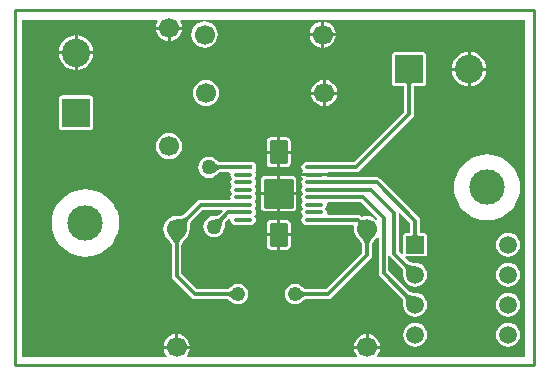
<source format=gtl>
G04 Layer_Physical_Order=1*
G04 Layer_Color=6759642*
%FSLAX44Y44*%
%MOMM*%
G71*
G01*
G75*
G04:AMPARAMS|DCode=10|XSize=1.5mm|YSize=2mm|CornerRadius=0.075mm|HoleSize=0mm|Usage=FLASHONLY|Rotation=0.000|XOffset=0mm|YOffset=0mm|HoleType=Round|Shape=RoundedRectangle|*
%AMROUNDEDRECTD10*
21,1,1.5000,1.8500,0,0,0.0*
21,1,1.3500,2.0000,0,0,0.0*
1,1,0.1500,0.6750,-0.9250*
1,1,0.1500,-0.6750,-0.9250*
1,1,0.1500,-0.6750,0.9250*
1,1,0.1500,0.6750,0.9250*
%
%ADD10ROUNDEDRECTD10*%
G04:AMPARAMS|DCode=11|XSize=2.5mm|YSize=2.5mm|CornerRadius=0.125mm|HoleSize=0mm|Usage=FLASHONLY|Rotation=90.000|XOffset=0mm|YOffset=0mm|HoleType=Round|Shape=RoundedRectangle|*
%AMROUNDEDRECTD11*
21,1,2.5000,2.2500,0,0,90.0*
21,1,2.2500,2.5000,0,0,90.0*
1,1,0.2500,1.1250,1.1250*
1,1,0.2500,1.1250,-1.1250*
1,1,0.2500,-1.1250,-1.1250*
1,1,0.2500,-1.1250,1.1250*
%
%ADD11ROUNDEDRECTD11*%
%ADD12O,1.6500X0.3500*%
%ADD13R,1.6500X0.3500*%
%ADD14C,0.3000*%
%ADD15C,0.2540*%
%ADD16C,1.7000*%
%ADD17C,3.0000*%
%ADD18R,2.4000X2.4000*%
%ADD19C,2.4000*%
%ADD20C,1.2192*%
%ADD21R,1.5000X1.5000*%
%ADD22C,1.5000*%
%ADD23R,2.4000X2.4000*%
%ADD24C,1.2700*%
G36*
X431800Y6350D02*
X307505D01*
X306879Y7620D01*
X308093Y9202D01*
X309206Y11888D01*
X309418Y13500D01*
X298450D01*
X287482D01*
X287694Y11888D01*
X288807Y9202D01*
X290021Y7620D01*
X289394Y6350D01*
X146215D01*
X145589Y7620D01*
X146803Y9202D01*
X147916Y11888D01*
X148128Y13500D01*
X137160D01*
X126192D01*
X126404Y11888D01*
X127517Y9202D01*
X128731Y7620D01*
X128104Y6350D01*
X6350D01*
Y292100D01*
X120945D01*
X121507Y290961D01*
X121167Y290518D01*
X120054Y287832D01*
X119842Y286220D01*
X130810D01*
X141778D01*
X141566Y287832D01*
X140453Y290518D01*
X140113Y290961D01*
X140675Y292100D01*
X431800D01*
Y6350D01*
D02*
G37*
%LPC*%
G36*
X400000Y177947D02*
X395628Y177603D01*
X391364Y176579D01*
X387313Y174901D01*
X383573Y172609D01*
X380239Y169761D01*
X377391Y166427D01*
X375099Y162687D01*
X373421Y158636D01*
X372397Y154372D01*
X372053Y150000D01*
X372397Y145628D01*
X373421Y141364D01*
X375099Y137312D01*
X377391Y133573D01*
X380239Y130239D01*
X383573Y127391D01*
X387313Y125099D01*
X391364Y123421D01*
X395628Y122397D01*
X400000Y122053D01*
X404372Y122397D01*
X408636Y123421D01*
X412687Y125099D01*
X416427Y127391D01*
X419761Y130239D01*
X422609Y133573D01*
X424901Y137312D01*
X426579Y141364D01*
X427603Y145628D01*
X427947Y150000D01*
X427603Y154372D01*
X426579Y158636D01*
X424901Y162687D01*
X422609Y166427D01*
X419761Y169761D01*
X416427Y172609D01*
X412687Y174901D01*
X408636Y176579D01*
X404372Y177603D01*
X400000Y177947D01*
D02*
G37*
G36*
X164490Y175997D02*
X162169Y175691D01*
X160007Y174795D01*
X158150Y173370D01*
X156725Y171513D01*
X155829Y169351D01*
X155523Y167030D01*
X155829Y164709D01*
X156725Y162547D01*
X158150Y160690D01*
X160007Y159265D01*
X162169Y158369D01*
X164490Y158063D01*
X166811Y158369D01*
X168973Y159265D01*
X170830Y160690D01*
X170949Y160844D01*
X171360Y161245D01*
X171825Y161655D01*
X172266Y162002D01*
X172678Y162287D01*
X173060Y162513D01*
X173408Y162683D01*
X173721Y162804D01*
X173999Y162881D01*
X174173Y162911D01*
X181957D01*
X182842Y161641D01*
X182646Y160655D01*
X182979Y158981D01*
X183297Y158505D01*
X183880Y157480D01*
X183297Y156455D01*
X182979Y155979D01*
X182646Y154305D01*
X182979Y152631D01*
X183297Y152155D01*
X183880Y151130D01*
X183297Y150105D01*
X182979Y149629D01*
X182646Y147955D01*
X182979Y146281D01*
X183297Y145805D01*
X183880Y144780D01*
X183297Y143755D01*
X182979Y143279D01*
X182646Y141605D01*
X182837Y140644D01*
X181940Y139374D01*
X157645D01*
X156069Y139061D01*
X154732Y138168D01*
X143570Y127005D01*
X143302Y126829D01*
X142918Y126636D01*
X142426Y126447D01*
X141826Y126273D01*
X141118Y126123D01*
X140336Y126007D01*
X138349Y125868D01*
X137493Y125861D01*
X137160Y125905D01*
X134278Y125526D01*
X131592Y124413D01*
X129286Y122644D01*
X127517Y120338D01*
X126404Y117652D01*
X126025Y114770D01*
X126404Y111888D01*
X127517Y109202D01*
X129286Y106896D01*
X129524Y106713D01*
X130872Y105290D01*
X131441Y104603D01*
X131931Y103944D01*
X132325Y103337D01*
X132627Y102789D01*
X132841Y102308D01*
X132976Y101900D01*
X133041Y101586D01*
Y74930D01*
X133354Y73354D01*
X134247Y72017D01*
X149487Y56777D01*
X150824Y55884D01*
X152400Y55571D01*
X179966D01*
X180123Y55545D01*
X180387Y55474D01*
X180680Y55363D01*
X181004Y55208D01*
X181358Y55002D01*
X181709Y54763D01*
X182604Y54021D01*
X182962Y53672D01*
X183071Y53531D01*
X184875Y52147D01*
X186975Y51276D01*
X189230Y50979D01*
X191485Y51276D01*
X193585Y52147D01*
X195389Y53531D01*
X196773Y55335D01*
X197644Y57435D01*
X197941Y59690D01*
X197644Y61944D01*
X196773Y64045D01*
X195389Y65849D01*
X193585Y67234D01*
X191485Y68104D01*
X189230Y68401D01*
X186975Y68104D01*
X184875Y67234D01*
X183071Y65849D01*
X182962Y65708D01*
X182578Y65334D01*
X182148Y64957D01*
X181741Y64639D01*
X181359Y64378D01*
X181004Y64172D01*
X180680Y64017D01*
X180387Y63906D01*
X180123Y63835D01*
X179966Y63809D01*
X154106D01*
X141279Y76636D01*
Y101586D01*
X141344Y101900D01*
X141479Y102308D01*
X141693Y102789D01*
X141995Y103337D01*
X142389Y103944D01*
X142861Y104579D01*
X144167Y106081D01*
X144767Y106692D01*
X145034Y106896D01*
X146803Y109202D01*
X147916Y111888D01*
X148295Y114770D01*
X148256Y115068D01*
X148309Y117028D01*
X148393Y117915D01*
X148513Y118728D01*
X148663Y119436D01*
X148837Y120036D01*
X149026Y120528D01*
X149219Y120912D01*
X149395Y121180D01*
X159351Y131136D01*
X175721D01*
X176207Y129963D01*
X172845Y126600D01*
X172701Y126498D01*
X172449Y126356D01*
X172142Y126220D01*
X171776Y126094D01*
X171346Y125984D01*
X170890Y125900D01*
X169643Y125788D01*
X169103Y125781D01*
X168910Y125807D01*
X166589Y125501D01*
X164427Y124605D01*
X162570Y123180D01*
X161145Y121323D01*
X160249Y119161D01*
X159943Y116840D01*
X160249Y114519D01*
X161145Y112357D01*
X162570Y110500D01*
X164427Y109075D01*
X166589Y108179D01*
X168910Y107873D01*
X171231Y108179D01*
X173393Y109075D01*
X175250Y110500D01*
X176675Y112357D01*
X177571Y114519D01*
X177877Y116840D01*
X177851Y117033D01*
X177859Y117608D01*
X177897Y118226D01*
X177964Y118783D01*
X178054Y119276D01*
X178164Y119705D01*
X178290Y120072D01*
X178426Y120379D01*
X178568Y120631D01*
X178670Y120774D01*
X181581Y123686D01*
X182751Y123060D01*
X182646Y122530D01*
X182979Y120856D01*
X183927Y119437D01*
X185346Y118489D01*
X187020Y118156D01*
X200020D01*
X201694Y118489D01*
X203113Y119437D01*
X204061Y120856D01*
X204394Y122530D01*
X204061Y124204D01*
X203113Y125623D01*
Y125812D01*
X204061Y127231D01*
X204394Y128905D01*
X204061Y130579D01*
X203743Y131055D01*
X203160Y132080D01*
X203743Y133105D01*
X204061Y133581D01*
X204394Y135255D01*
X204061Y136929D01*
X203743Y137405D01*
X203160Y138430D01*
X203743Y139455D01*
X204061Y139931D01*
X204394Y141605D01*
X204061Y143279D01*
X203743Y143755D01*
X203160Y144780D01*
X203743Y145805D01*
X204061Y146281D01*
X204394Y147955D01*
X204061Y149629D01*
X203743Y150105D01*
X203160Y151130D01*
X203743Y152155D01*
X204061Y152631D01*
X204394Y154305D01*
X204061Y155979D01*
X203743Y156455D01*
X203160Y157480D01*
X203743Y158505D01*
X204061Y158981D01*
X204394Y160655D01*
X204061Y162329D01*
X203402Y163316D01*
X203601Y163449D01*
X204163Y164289D01*
X204360Y165280D01*
Y168780D01*
X204163Y169771D01*
X203601Y170611D01*
X202761Y171173D01*
X201770Y171370D01*
X185270D01*
X184938Y171304D01*
X184900Y171305D01*
X184846Y171285D01*
X184544Y171225D01*
X183256Y171149D01*
X174173D01*
X173999Y171179D01*
X173721Y171256D01*
X173408Y171377D01*
X173060Y171547D01*
X172678Y171773D01*
X172296Y172037D01*
X171335Y172839D01*
X170949Y173216D01*
X170830Y173370D01*
X168973Y174795D01*
X166811Y175691D01*
X164490Y175997D01*
D02*
G37*
G36*
X222250Y143510D02*
X208406D01*
Y133530D01*
X208700Y132051D01*
X209538Y130798D01*
X210791Y129960D01*
X212270Y129666D01*
X222250D01*
Y143510D01*
D02*
G37*
G36*
X233624Y108510D02*
X224790D01*
Y97176D01*
X230270D01*
X231554Y97431D01*
X232642Y98158D01*
X233369Y99246D01*
X233624Y100530D01*
Y108510D01*
D02*
G37*
G36*
X222250Y122385D02*
X216770D01*
X215486Y122129D01*
X214398Y121402D01*
X213671Y120314D01*
X213416Y119030D01*
Y111050D01*
X222250D01*
Y122385D01*
D02*
G37*
G36*
X230270D02*
X224790D01*
Y111050D01*
X233624D01*
Y119030D01*
X233369Y120314D01*
X232642Y121402D01*
X231554Y122129D01*
X230270Y122385D01*
D02*
G37*
G36*
X222250Y178510D02*
X213416D01*
Y170530D01*
X213671Y169246D01*
X214398Y168158D01*
X215486Y167431D01*
X216770Y167176D01*
X222250D01*
Y178510D01*
D02*
G37*
G36*
X233624D02*
X224790D01*
Y167176D01*
X230270D01*
X231554Y167431D01*
X232642Y168158D01*
X233369Y169246D01*
X233624Y170530D01*
Y178510D01*
D02*
G37*
G36*
X346010Y264780D02*
X322010D01*
X321019Y264583D01*
X320179Y264021D01*
X319617Y263181D01*
X319420Y262190D01*
Y238190D01*
X319617Y237199D01*
X320179Y236359D01*
X321019Y235797D01*
X322010Y235600D01*
X329891D01*
Y213796D01*
X287244Y171149D01*
X261755D01*
X261242Y171173D01*
X261222Y171175D01*
X261186Y171181D01*
X261168Y171180D01*
X261137Y171183D01*
X261133Y171183D01*
X260020Y171404D01*
X247020D01*
X245346Y171071D01*
X243927Y170123D01*
X242979Y168704D01*
X242646Y167030D01*
X242979Y165356D01*
X243927Y163937D01*
Y163748D01*
X242979Y162329D01*
X242899Y161925D01*
X253520D01*
X264396D01*
X265083Y162911D01*
X288950D01*
X290526Y163224D01*
X291863Y164117D01*
X336923Y209177D01*
X337816Y210514D01*
X338129Y212090D01*
Y235600D01*
X346010D01*
X347001Y235797D01*
X347841Y236359D01*
X348403Y237199D01*
X348600Y238190D01*
Y262190D01*
X348403Y263181D01*
X347841Y264021D01*
X347001Y264583D01*
X346010Y264780D01*
D02*
G37*
G36*
X238634Y143510D02*
X224790D01*
Y129666D01*
X234770D01*
X236249Y129960D01*
X237502Y130798D01*
X238340Y132051D01*
X238634Y133530D01*
Y143510D01*
D02*
G37*
G36*
X222250Y159894D02*
X212270D01*
X210791Y159600D01*
X209538Y158762D01*
X208700Y157509D01*
X208406Y156030D01*
Y146050D01*
X222250D01*
Y159894D01*
D02*
G37*
G36*
X234770D02*
X224790D01*
Y146050D01*
X238634D01*
Y156030D01*
X238340Y157509D01*
X237502Y158762D01*
X236249Y159600D01*
X234770Y159894D01*
D02*
G37*
G36*
X297180Y25738D02*
X295568Y25526D01*
X292882Y24413D01*
X290576Y22644D01*
X288807Y20338D01*
X287694Y17652D01*
X287482Y16040D01*
X297180D01*
Y25738D01*
D02*
G37*
G36*
X138430D02*
Y16040D01*
X148128D01*
X147916Y17652D01*
X146803Y20338D01*
X145034Y22644D01*
X142728Y24413D01*
X140042Y25526D01*
X138430Y25738D01*
D02*
G37*
G36*
X299720D02*
Y16040D01*
X309418D01*
X309206Y17652D01*
X308093Y20338D01*
X306324Y22644D01*
X304018Y24413D01*
X301332Y25526D01*
X299720Y25738D01*
D02*
G37*
G36*
X339110Y35527D02*
X336489Y35182D01*
X334047Y34170D01*
X331949Y32561D01*
X330340Y30463D01*
X329328Y28021D01*
X328983Y25400D01*
X329328Y22779D01*
X330340Y20337D01*
X331949Y18239D01*
X334047Y16630D01*
X336489Y15618D01*
X339110Y15273D01*
X341731Y15618D01*
X344173Y16630D01*
X346271Y18239D01*
X347880Y20337D01*
X348892Y22779D01*
X349237Y25400D01*
X348892Y28021D01*
X347880Y30463D01*
X346271Y32561D01*
X344173Y34170D01*
X341731Y35182D01*
X339110Y35527D01*
D02*
G37*
G36*
X417810D02*
X415189Y35182D01*
X412747Y34170D01*
X410649Y32561D01*
X409040Y30463D01*
X408028Y28021D01*
X407683Y25400D01*
X408028Y22779D01*
X409040Y20337D01*
X410649Y18239D01*
X412747Y16630D01*
X415189Y15618D01*
X417810Y15273D01*
X420431Y15618D01*
X422873Y16630D01*
X424971Y18239D01*
X426580Y20337D01*
X427592Y22779D01*
X427937Y25400D01*
X427592Y28021D01*
X426580Y30463D01*
X424971Y32561D01*
X422873Y34170D01*
X420431Y35182D01*
X417810Y35527D01*
D02*
G37*
G36*
X135890Y25738D02*
X134278Y25526D01*
X131592Y24413D01*
X129286Y22644D01*
X127517Y20338D01*
X126404Y17652D01*
X126192Y16040D01*
X135890D01*
Y25738D01*
D02*
G37*
G36*
X417810Y111727D02*
X415189Y111382D01*
X412747Y110370D01*
X410649Y108761D01*
X409040Y106663D01*
X408028Y104221D01*
X407683Y101600D01*
X408028Y98979D01*
X409040Y96537D01*
X410649Y94439D01*
X412747Y92830D01*
X415189Y91818D01*
X417810Y91473D01*
X420431Y91818D01*
X422873Y92830D01*
X424971Y94439D01*
X426580Y96537D01*
X427592Y98979D01*
X427937Y101600D01*
X427592Y104221D01*
X426580Y106663D01*
X424971Y108761D01*
X422873Y110370D01*
X420431Y111382D01*
X417810Y111727D01*
D02*
G37*
G36*
X264421Y159385D02*
X253520D01*
X242899D01*
X242979Y158981D01*
X243927Y157562D01*
Y157398D01*
X242979Y155979D01*
X242646Y154305D01*
X242979Y152631D01*
X243297Y152155D01*
X243880Y151130D01*
X243297Y150105D01*
X242979Y149629D01*
X242646Y147955D01*
X242979Y146281D01*
X243927Y144862D01*
Y144698D01*
X242979Y143279D01*
X242646Y141605D01*
X242979Y139931D01*
X243297Y139455D01*
X243880Y138430D01*
X243297Y137405D01*
X242979Y136929D01*
X242646Y135255D01*
X242979Y133581D01*
X243297Y133105D01*
X243880Y132080D01*
X243297Y131055D01*
X242979Y130579D01*
X242646Y128905D01*
X242979Y127231D01*
X243927Y125812D01*
Y125623D01*
X242979Y124204D01*
X242646Y122530D01*
X242979Y120856D01*
X243927Y119437D01*
X245346Y118489D01*
X247020Y118156D01*
X260020D01*
X260872Y118326D01*
X263139Y118411D01*
X286777D01*
X287627Y117141D01*
X287315Y114770D01*
X287694Y111888D01*
X288807Y109202D01*
X290576Y106896D01*
X290814Y106713D01*
X292162Y105290D01*
X292731Y104603D01*
X293221Y103944D01*
X293615Y103337D01*
X293917Y102789D01*
X294131Y102308D01*
X294266Y101900D01*
X294331Y101586D01*
Y94416D01*
X263724Y63809D01*
X246754D01*
X246597Y63835D01*
X246333Y63906D01*
X246040Y64017D01*
X245716Y64172D01*
X245362Y64378D01*
X245011Y64617D01*
X244116Y65359D01*
X243758Y65708D01*
X243649Y65849D01*
X241845Y67234D01*
X239744Y68104D01*
X237490Y68401D01*
X235236Y68104D01*
X233135Y67234D01*
X231331Y65849D01*
X229946Y64045D01*
X229076Y61944D01*
X228780Y59690D01*
X229076Y57435D01*
X229946Y55335D01*
X231331Y53531D01*
X233135Y52147D01*
X235236Y51276D01*
X237490Y50979D01*
X239744Y51276D01*
X241845Y52147D01*
X243649Y53531D01*
X243758Y53672D01*
X244142Y54046D01*
X244572Y54423D01*
X244979Y54741D01*
X245361Y55002D01*
X245716Y55208D01*
X246040Y55363D01*
X246333Y55474D01*
X246597Y55545D01*
X246754Y55571D01*
X265430D01*
X267006Y55884D01*
X268343Y56777D01*
X301363Y89797D01*
X302256Y91134D01*
X302569Y92710D01*
Y101586D01*
X302634Y101900D01*
X302769Y102308D01*
X302983Y102789D01*
X303285Y103337D01*
X303680Y103944D01*
X304151Y104579D01*
X305457Y106081D01*
X306057Y106692D01*
X306324Y106896D01*
X307031Y107818D01*
X308301Y107387D01*
Y77490D01*
X308614Y75914D01*
X309507Y74577D01*
X328020Y56064D01*
X328163Y55854D01*
X328332Y55534D01*
X328497Y55129D01*
X328649Y54638D01*
X328782Y54058D01*
X328884Y53425D01*
X329012Y51780D01*
X329019Y51068D01*
X328983Y50800D01*
X329328Y48179D01*
X330340Y45737D01*
X331949Y43639D01*
X334047Y42030D01*
X336489Y41018D01*
X339110Y40673D01*
X341731Y41018D01*
X344173Y42030D01*
X346271Y43639D01*
X347880Y45737D01*
X348892Y48179D01*
X349237Y50800D01*
X348892Y53421D01*
X347880Y55863D01*
X346271Y57961D01*
X344173Y59570D01*
X341731Y60582D01*
X339110Y60927D01*
X338874Y60896D01*
X337238Y60946D01*
X336518Y61020D01*
X335852Y61128D01*
X335272Y61261D01*
X334781Y61413D01*
X334376Y61578D01*
X334055Y61747D01*
X333846Y61890D01*
X316539Y79196D01*
Y91582D01*
X317809Y91968D01*
X318397Y91087D01*
X328020Y81464D01*
X328163Y81254D01*
X328332Y80934D01*
X328497Y80529D01*
X328649Y80038D01*
X328782Y79458D01*
X328884Y78825D01*
X329012Y77180D01*
X329019Y76468D01*
X328983Y76200D01*
X329328Y73579D01*
X330340Y71137D01*
X331949Y69039D01*
X334047Y67430D01*
X336489Y66418D01*
X339110Y66073D01*
X341731Y66418D01*
X344173Y67430D01*
X346271Y69039D01*
X347880Y71137D01*
X348892Y73579D01*
X349237Y76200D01*
X348892Y78821D01*
X347880Y81263D01*
X346271Y83361D01*
X344173Y84970D01*
X341731Y85982D01*
X339110Y86327D01*
X338874Y86296D01*
X337238Y86346D01*
X336518Y86420D01*
X335852Y86528D01*
X335272Y86661D01*
X334781Y86813D01*
X334376Y86978D01*
X334055Y87147D01*
X333846Y87290D01*
X330749Y90387D01*
X331374Y91557D01*
X331610Y91510D01*
X346610D01*
X347601Y91707D01*
X348441Y92269D01*
X349003Y93109D01*
X349200Y94100D01*
Y109100D01*
X349003Y110091D01*
X348441Y110931D01*
X347601Y111493D01*
X346610Y111690D01*
X343209D01*
Y121920D01*
X342896Y123496D01*
X342003Y124833D01*
X309618Y157218D01*
X308281Y158111D01*
X306705Y158424D01*
X265100D01*
X264421Y159385D01*
D02*
G37*
G36*
X222250Y108510D02*
X213416D01*
Y100530D01*
X213671Y99246D01*
X214398Y98158D01*
X215486Y97431D01*
X216770Y97176D01*
X222250D01*
Y108510D01*
D02*
G37*
G36*
X417810Y60927D02*
X415189Y60582D01*
X412747Y59570D01*
X410649Y57961D01*
X409040Y55863D01*
X408028Y53421D01*
X407683Y50800D01*
X408028Y48179D01*
X409040Y45737D01*
X410649Y43639D01*
X412747Y42030D01*
X415189Y41018D01*
X417810Y40673D01*
X420431Y41018D01*
X422873Y42030D01*
X424971Y43639D01*
X426580Y45737D01*
X427592Y48179D01*
X427937Y50800D01*
X427592Y53421D01*
X426580Y55863D01*
X424971Y57961D01*
X422873Y59570D01*
X420431Y60582D01*
X417810Y60927D01*
D02*
G37*
G36*
Y86327D02*
X415189Y85982D01*
X412747Y84970D01*
X410649Y83361D01*
X409040Y81263D01*
X408028Y78821D01*
X407683Y76200D01*
X408028Y73579D01*
X409040Y71137D01*
X410649Y69039D01*
X412747Y67430D01*
X415189Y66418D01*
X417810Y66073D01*
X420431Y66418D01*
X422873Y67430D01*
X424971Y69039D01*
X426580Y71137D01*
X427592Y73579D01*
X427937Y76200D01*
X427592Y78821D01*
X426580Y81263D01*
X424971Y83361D01*
X422873Y84970D01*
X420431Y85982D01*
X417810Y86327D01*
D02*
G37*
G36*
X60000Y148547D02*
X55534Y148195D01*
X51178Y147150D01*
X47040Y145435D01*
X43221Y143095D01*
X39814Y140186D01*
X36905Y136779D01*
X34564Y132960D01*
X32850Y128821D01*
X31804Y124466D01*
X31453Y120000D01*
X31804Y115534D01*
X32850Y111179D01*
X34564Y107040D01*
X36905Y103221D01*
X39814Y99814D01*
X43221Y96905D01*
X47040Y94564D01*
X51178Y92850D01*
X55534Y91804D01*
X60000Y91453D01*
X64466Y91804D01*
X68822Y92850D01*
X72960Y94564D01*
X76779Y96905D01*
X80186Y99814D01*
X83095Y103221D01*
X85436Y107040D01*
X87150Y111179D01*
X88196Y115534D01*
X88547Y120000D01*
X88196Y124466D01*
X87150Y128821D01*
X85436Y132960D01*
X83095Y136779D01*
X80186Y140186D01*
X76779Y143095D01*
X72960Y145435D01*
X68822Y147150D01*
X64466Y148195D01*
X60000Y148547D01*
D02*
G37*
G36*
X130810Y196085D02*
X127928Y195706D01*
X125242Y194593D01*
X122936Y192824D01*
X121167Y190518D01*
X120054Y187832D01*
X119675Y184950D01*
X120054Y182068D01*
X121167Y179382D01*
X122936Y177076D01*
X125242Y175307D01*
X127928Y174194D01*
X130810Y173815D01*
X133692Y174194D01*
X136378Y175307D01*
X138684Y177076D01*
X140453Y179382D01*
X141566Y182068D01*
X141945Y184950D01*
X141566Y187832D01*
X140453Y190518D01*
X138684Y192824D01*
X136378Y194593D01*
X133692Y195706D01*
X130810Y196085D01*
D02*
G37*
G36*
X383540Y264688D02*
X381014Y264356D01*
X377477Y262891D01*
X374440Y260560D01*
X372109Y257523D01*
X370644Y253986D01*
X370312Y251460D01*
X383540D01*
Y264688D01*
D02*
G37*
G36*
X386080D02*
Y251460D01*
X399308D01*
X398976Y253986D01*
X397511Y257523D01*
X395180Y260560D01*
X392143Y262891D01*
X388606Y264356D01*
X386080Y264688D01*
D02*
G37*
G36*
X50800Y278658D02*
X48274Y278326D01*
X44737Y276861D01*
X41700Y274530D01*
X39369Y271493D01*
X37904Y267956D01*
X37572Y265430D01*
X50800D01*
Y278658D01*
D02*
G37*
G36*
X66568Y262890D02*
X53340D01*
Y249662D01*
X55866Y249994D01*
X59403Y251459D01*
X62440Y253790D01*
X64771Y256827D01*
X66236Y260364D01*
X66568Y262890D01*
D02*
G37*
G36*
X383540Y248920D02*
X370312D01*
X370644Y246394D01*
X372109Y242857D01*
X374440Y239820D01*
X377477Y237489D01*
X381014Y236024D01*
X383540Y235692D01*
Y248920D01*
D02*
G37*
G36*
X399308D02*
X386080D01*
Y235692D01*
X388606Y236024D01*
X392143Y237489D01*
X395180Y239820D01*
X397511Y242857D01*
X398976Y246394D01*
X399308Y248920D01*
D02*
G37*
G36*
X50800Y262890D02*
X37572D01*
X37904Y260364D01*
X39369Y256827D01*
X41700Y253790D01*
X44737Y251459D01*
X48274Y249994D01*
X50800Y249662D01*
Y262890D01*
D02*
G37*
G36*
X53340Y278658D02*
Y265430D01*
X66568D01*
X66236Y267956D01*
X64771Y271493D01*
X62440Y274530D01*
X59403Y276861D01*
X55866Y278326D01*
X53340Y278658D01*
D02*
G37*
G36*
X141778Y283680D02*
X132080D01*
Y273982D01*
X133692Y274194D01*
X136378Y275307D01*
X138684Y277076D01*
X140453Y279382D01*
X141566Y282068D01*
X141778Y283680D01*
D02*
G37*
G36*
X259550Y290368D02*
X257938Y290156D01*
X255252Y289043D01*
X252946Y287274D01*
X251177Y284968D01*
X250064Y282282D01*
X249852Y280670D01*
X259550D01*
Y290368D01*
D02*
G37*
G36*
X262090D02*
Y280670D01*
X271788D01*
X271576Y282282D01*
X270463Y284968D01*
X268694Y287274D01*
X266388Y289043D01*
X263702Y290156D01*
X262090Y290368D01*
D02*
G37*
G36*
X129540Y283680D02*
X119842D01*
X120054Y282068D01*
X121167Y279382D01*
X122936Y277076D01*
X125242Y275307D01*
X127928Y274194D01*
X129540Y273982D01*
Y283680D01*
D02*
G37*
G36*
X160820Y290535D02*
X157938Y290156D01*
X155252Y289043D01*
X152946Y287274D01*
X151177Y284968D01*
X150064Y282282D01*
X149685Y279400D01*
X150064Y276518D01*
X151177Y273832D01*
X152946Y271526D01*
X155252Y269757D01*
X157938Y268644D01*
X160820Y268265D01*
X163702Y268644D01*
X166388Y269757D01*
X168694Y271526D01*
X170463Y273832D01*
X171576Y276518D01*
X171955Y279400D01*
X171576Y282282D01*
X170463Y284968D01*
X168694Y287274D01*
X166388Y289043D01*
X163702Y290156D01*
X160820Y290535D01*
D02*
G37*
G36*
X259550Y278130D02*
X249852D01*
X250064Y276518D01*
X251177Y273832D01*
X252946Y271526D01*
X255252Y269757D01*
X257938Y268644D01*
X259550Y268432D01*
Y278130D01*
D02*
G37*
G36*
X271788D02*
X262090D01*
Y268432D01*
X263702Y268644D01*
X266388Y269757D01*
X268694Y271526D01*
X270463Y273832D01*
X271576Y276518D01*
X271788Y278130D01*
D02*
G37*
G36*
X263360Y240838D02*
Y231140D01*
X273058D01*
X272846Y232752D01*
X271733Y235438D01*
X269964Y237744D01*
X267658Y239513D01*
X264972Y240626D01*
X263360Y240838D01*
D02*
G37*
G36*
X273058Y228600D02*
X263360D01*
Y218902D01*
X264972Y219114D01*
X267658Y220227D01*
X269964Y221996D01*
X271733Y224302D01*
X272846Y226988D01*
X273058Y228600D01*
D02*
G37*
G36*
X260820Y240838D02*
X259208Y240626D01*
X256522Y239513D01*
X254216Y237744D01*
X252447Y235438D01*
X251334Y232752D01*
X251122Y231140D01*
X260820D01*
Y240838D01*
D02*
G37*
G36*
Y228600D02*
X251122D01*
X251334Y226988D01*
X252447Y224302D01*
X254216Y221996D01*
X256522Y220227D01*
X259208Y219114D01*
X260820Y218902D01*
Y228600D01*
D02*
G37*
G36*
X162090Y241005D02*
X159208Y240626D01*
X156522Y239513D01*
X154216Y237744D01*
X152447Y235438D01*
X151334Y232752D01*
X150955Y229870D01*
X151334Y226988D01*
X152447Y224302D01*
X154216Y221996D01*
X156522Y220227D01*
X159208Y219114D01*
X162090Y218735D01*
X164972Y219114D01*
X167658Y220227D01*
X169964Y221996D01*
X171733Y224302D01*
X172846Y226988D01*
X173225Y229870D01*
X172846Y232752D01*
X171733Y235438D01*
X169964Y237744D01*
X167658Y239513D01*
X164972Y240626D01*
X162090Y241005D01*
D02*
G37*
G36*
X64070Y227950D02*
X40070D01*
X39079Y227753D01*
X38239Y227191D01*
X37677Y226351D01*
X37480Y225360D01*
Y201360D01*
X37677Y200369D01*
X38239Y199529D01*
X39079Y198967D01*
X40070Y198770D01*
X64070D01*
X65061Y198967D01*
X65901Y199529D01*
X66463Y200369D01*
X66660Y201360D01*
Y225360D01*
X66463Y226351D01*
X65901Y227191D01*
X65061Y227753D01*
X64070Y227950D01*
D02*
G37*
G36*
X230270Y192384D02*
X224790D01*
Y181050D01*
X233624D01*
Y189030D01*
X233369Y190314D01*
X232642Y191402D01*
X231554Y192129D01*
X230270Y192384D01*
D02*
G37*
G36*
X222250D02*
X216770D01*
X215486Y192129D01*
X214398Y191402D01*
X213671Y190314D01*
X213416Y189030D01*
Y181050D01*
X222250D01*
Y192384D01*
D02*
G37*
%LPD*%
G36*
X169599Y170915D02*
X170727Y169973D01*
X171282Y169590D01*
X171829Y169266D01*
X172371Y169001D01*
X172906Y168795D01*
X173434Y168648D01*
X173955Y168559D01*
X174470Y168530D01*
Y165530D01*
X173955Y165501D01*
X173434Y165412D01*
X172906Y165265D01*
X172371Y165059D01*
X171829Y164794D01*
X171282Y164470D01*
X170727Y164087D01*
X170166Y163645D01*
X169599Y163145D01*
X169025Y162585D01*
Y171475D01*
X169599Y170915D01*
D02*
G37*
G36*
X185303Y165313D02*
X185273Y165354D01*
X185183Y165391D01*
X185033Y165424D01*
X184823Y165452D01*
X184223Y165495D01*
X182303Y165530D01*
Y168530D01*
X182873Y168532D01*
X185183Y168669D01*
X185273Y168706D01*
X185303Y168747D01*
Y165313D01*
D02*
G37*
G36*
X184877Y55423D02*
X184336Y55949D01*
X183268Y56834D01*
X182741Y57194D01*
X182217Y57498D01*
X181698Y57747D01*
X181183Y57941D01*
X180672Y58079D01*
X180166Y58162D01*
X179664Y58190D01*
Y61190D01*
X180166Y61218D01*
X180672Y61301D01*
X181183Y61439D01*
X181698Y61633D01*
X182217Y61882D01*
X182741Y62186D01*
X183268Y62546D01*
X183800Y62961D01*
X184336Y63431D01*
X184877Y63957D01*
Y55423D01*
D02*
G37*
G36*
X177028Y122837D02*
X176684Y122451D01*
X176378Y122020D01*
X176109Y121543D01*
X175876Y121019D01*
X175681Y120449D01*
X175523Y119832D01*
X175401Y119169D01*
X175317Y118460D01*
X175270Y117705D01*
X175260Y116903D01*
X168974Y123190D01*
X169775Y123200D01*
X171239Y123331D01*
X171902Y123453D01*
X172519Y123611D01*
X173089Y123806D01*
X173613Y124039D01*
X174090Y124308D01*
X174522Y124614D01*
X174907Y124958D01*
X177028Y122837D01*
D02*
G37*
G36*
X147743Y123232D02*
X147336Y122762D01*
X146973Y122210D01*
X146654Y121577D01*
X146380Y120862D01*
X146149Y120065D01*
X145963Y119186D01*
X145821Y118226D01*
X145723Y117184D01*
X145660Y114855D01*
X137245Y123270D01*
X138450Y123279D01*
X140616Y123431D01*
X141576Y123573D01*
X142455Y123759D01*
X143251Y123990D01*
X143967Y124264D01*
X144600Y124583D01*
X145152Y124946D01*
X145622Y125353D01*
X147743Y123232D01*
D02*
G37*
G36*
X186349Y127285D02*
X186285Y127308D01*
X186165Y127328D01*
X185988Y127346D01*
X185119Y127386D01*
X183170Y127405D01*
Y130405D01*
X186349Y130525D01*
Y127285D01*
D02*
G37*
G36*
Y133635D02*
X186285Y133658D01*
X186165Y133678D01*
X185988Y133696D01*
X185119Y133736D01*
X183170Y133755D01*
Y136755D01*
X186349Y136875D01*
Y133635D01*
D02*
G37*
G36*
X142264Y107841D02*
X140841Y106202D01*
X140262Y105423D01*
X139773Y104670D01*
X139372Y103943D01*
X139060Y103244D01*
X138838Y102570D01*
X138705Y101924D01*
X138660Y101303D01*
X135660D01*
X135616Y101924D01*
X135482Y102570D01*
X135260Y103244D01*
X134948Y103943D01*
X134548Y104670D01*
X134058Y105423D01*
X133479Y106202D01*
X132812Y107008D01*
X131210Y108700D01*
X143110D01*
X142264Y107841D01*
D02*
G37*
G36*
X260755Y168627D02*
X260875Y168607D01*
X261052Y168589D01*
X261921Y168549D01*
X263870Y168530D01*
Y165530D01*
X260691Y165410D01*
Y168650D01*
X260755Y168627D01*
D02*
G37*
G36*
X336725Y238193D02*
X336470Y238103D01*
X336245Y237953D01*
X336050Y237743D01*
X335885Y237473D01*
X335750Y237143D01*
X335645Y236753D01*
X335570Y236303D01*
X335525Y235793D01*
X335510Y235223D01*
X332510D01*
X332495Y235793D01*
X332450Y236303D01*
X332375Y236753D01*
X332270Y237143D01*
X332135Y237473D01*
X331970Y237743D01*
X331775Y237953D01*
X331550Y238103D01*
X331295Y238193D01*
X331010Y238223D01*
X337010D01*
X336725Y238193D01*
D02*
G37*
G36*
X242384Y63431D02*
X243452Y62546D01*
X243979Y62186D01*
X244503Y61882D01*
X245022Y61633D01*
X245537Y61439D01*
X246047Y61301D01*
X246554Y61218D01*
X247056Y61190D01*
Y58190D01*
X246554Y58162D01*
X246047Y58079D01*
X245537Y57941D01*
X245022Y57747D01*
X244503Y57498D01*
X243979Y57194D01*
X243452Y56834D01*
X242920Y56419D01*
X242384Y55949D01*
X241843Y55423D01*
Y63957D01*
X242384Y63431D01*
D02*
G37*
G36*
X332224Y85261D02*
X332720Y84924D01*
X333281Y84628D01*
X333907Y84373D01*
X334599Y84158D01*
X335356Y83985D01*
X336178Y83852D01*
X337065Y83760D01*
X339035Y83700D01*
X331610Y76275D01*
X331600Y77293D01*
X331458Y79132D01*
X331325Y79954D01*
X331152Y80711D01*
X330938Y81403D01*
X330682Y82029D01*
X330386Y82590D01*
X330049Y83087D01*
X329671Y83518D01*
X331792Y85639D01*
X332224Y85261D01*
D02*
G37*
G36*
X260755Y149552D02*
X260875Y149532D01*
X261052Y149514D01*
X261921Y149474D01*
X263870Y149455D01*
Y146455D01*
X260691Y146335D01*
Y149575D01*
X260755Y149552D01*
D02*
G37*
G36*
Y155902D02*
X260875Y155882D01*
X261052Y155864D01*
X261921Y155824D01*
X263870Y155805D01*
Y152805D01*
X260691Y152685D01*
Y155925D01*
X260755Y155902D01*
D02*
G37*
G36*
X332224Y59861D02*
X332720Y59524D01*
X333281Y59228D01*
X333907Y58973D01*
X334599Y58758D01*
X335356Y58585D01*
X336178Y58452D01*
X337065Y58360D01*
X339035Y58300D01*
X331610Y50875D01*
X331600Y51893D01*
X331458Y53732D01*
X331325Y54554D01*
X331152Y55311D01*
X330938Y56003D01*
X330682Y56629D01*
X330386Y57190D01*
X330049Y57687D01*
X329671Y58117D01*
X331792Y60239D01*
X332224Y59861D01*
D02*
G37*
G36*
X292097Y123264D02*
X292435Y122985D01*
X292765Y122753D01*
X293086Y122569D01*
X293399Y122433D01*
X293703Y122344D01*
X294000Y122303D01*
X294287Y122309D01*
X294567Y122363D01*
X294838Y122464D01*
X290756Y118382D01*
X290857Y118653D01*
X290911Y118933D01*
X290917Y119220D01*
X290876Y119517D01*
X290787Y119821D01*
X290651Y120134D01*
X290467Y120455D01*
X290235Y120785D01*
X289956Y121123D01*
X289629Y121469D01*
X291751Y123591D01*
X292097Y123264D01*
D02*
G37*
G36*
X307748Y123307D02*
X307671Y122974D01*
X306324Y122644D01*
X304018Y124413D01*
X301332Y125526D01*
X298450Y125905D01*
X295568Y125526D01*
X294156Y124941D01*
X294156Y124941D01*
X294006Y125046D01*
X293967Y125078D01*
X293603Y125443D01*
X292266Y126336D01*
X290690Y126649D01*
X265083D01*
X264198Y127919D01*
X264394Y128905D01*
X264061Y130579D01*
X263743Y131055D01*
X263160Y132080D01*
X263743Y133105D01*
X264061Y133581D01*
X264394Y135255D01*
X264203Y136216D01*
X265100Y137486D01*
X293569D01*
X307748Y123307D01*
D02*
G37*
G36*
X260755Y124127D02*
X260875Y124107D01*
X261052Y124089D01*
X261921Y124049D01*
X263870Y124030D01*
Y121030D01*
X260691Y120910D01*
Y124150D01*
X260755Y124127D01*
D02*
G37*
G36*
X334971Y120214D02*
Y111690D01*
X331610D01*
X330619Y111493D01*
X329779Y110931D01*
X329217Y110091D01*
X329020Y109100D01*
Y94100D01*
X329067Y93864D01*
X327897Y93239D01*
X325429Y95706D01*
Y127959D01*
X326181Y128416D01*
X326673Y128511D01*
X334971Y120214D01*
D02*
G37*
G36*
X260755Y143202D02*
X260875Y143182D01*
X261052Y143164D01*
X261921Y143124D01*
X263870Y143105D01*
Y140105D01*
X260691Y139985D01*
Y143225D01*
X260755Y143202D01*
D02*
G37*
G36*
X340605Y111491D02*
X340650Y110976D01*
X340725Y110521D01*
X340830Y110127D01*
X340965Y109794D01*
X341130Y109521D01*
X341325Y109309D01*
X341550Y109158D01*
X341805Y109067D01*
X342090Y109037D01*
X336090D01*
X336375Y109067D01*
X336630Y109158D01*
X336855Y109309D01*
X337050Y109521D01*
X337215Y109794D01*
X337350Y110127D01*
X337455Y110521D01*
X337530Y110976D01*
X337575Y111491D01*
X337590Y112067D01*
X340590D01*
X340605Y111491D01*
D02*
G37*
G36*
X303554Y107841D02*
X302131Y106202D01*
X301552Y105423D01*
X301063Y104670D01*
X300662Y103943D01*
X300350Y103244D01*
X300128Y102570D01*
X299995Y101924D01*
X299950Y101303D01*
X296950D01*
X296905Y101924D01*
X296772Y102570D01*
X296549Y103244D01*
X296238Y103943D01*
X295837Y104670D01*
X295348Y105423D01*
X294769Y106202D01*
X294102Y107008D01*
X292500Y108700D01*
X304400D01*
X303554Y107841D01*
D02*
G37*
D10*
X223520Y109780D02*
D03*
Y179780D02*
D03*
D11*
Y144780D02*
D03*
D12*
X253520Y122530D02*
D03*
Y128905D02*
D03*
Y135255D02*
D03*
Y141605D02*
D03*
Y147955D02*
D03*
Y154305D02*
D03*
Y160655D02*
D03*
Y167030D02*
D03*
X193520Y122530D02*
D03*
Y128905D02*
D03*
Y135255D02*
D03*
Y141605D02*
D03*
Y147955D02*
D03*
Y154305D02*
D03*
Y160655D02*
D03*
D13*
Y167030D02*
D03*
D14*
X168910Y116840D02*
X180975Y128905D01*
X193520D01*
X164490Y167030D02*
X193520D01*
X334010Y212090D02*
Y250190D01*
X288950Y167030D02*
X334010Y212090D01*
X253520Y167030D02*
X288950D01*
X339090Y101620D02*
Y121920D01*
X306705Y154305D02*
X339090Y121920D01*
X253520Y154305D02*
X306705D01*
X301625Y147955D02*
X321310Y128270D01*
Y94000D02*
Y128270D01*
Y94000D02*
X339110Y76200D01*
X295275Y141605D02*
X312420Y124460D01*
Y77490D02*
Y124460D01*
Y77490D02*
X339110Y50800D01*
X253520Y141605D02*
X295275D01*
X253520Y147955D02*
X301625D01*
X339090Y101620D02*
X339110Y101600D01*
X253520Y122530D02*
X290690D01*
X298450Y114770D01*
Y92710D02*
Y114770D01*
X265430Y59690D02*
X298450Y92710D01*
X237490Y59690D02*
X265430D01*
X137160Y114770D02*
X157645Y135255D01*
X152400Y59690D02*
X189230D01*
X137160Y74930D02*
X152400Y59690D01*
X137160Y74930D02*
Y114770D01*
X157645Y135255D02*
X193520D01*
D15*
X0Y0D02*
X440000D01*
Y300000D01*
X0D02*
X440000D01*
X0Y0D02*
Y300000D01*
D16*
X137160Y14770D02*
D03*
Y114770D02*
D03*
X298450Y14770D02*
D03*
Y114770D02*
D03*
X130810Y284950D02*
D03*
Y184950D02*
D03*
X260820Y279400D02*
D03*
X160820D02*
D03*
X262090Y229870D02*
D03*
X162090D02*
D03*
D17*
X400000Y150000D02*
D03*
X60000Y120000D02*
D03*
D18*
X52070Y213360D02*
D03*
D19*
Y264160D02*
D03*
X384810Y250190D02*
D03*
D20*
X189230Y59690D02*
D03*
X237490D02*
D03*
D21*
X339110Y101600D02*
D03*
D22*
Y76200D02*
D03*
Y50800D02*
D03*
Y25400D02*
D03*
X417810D02*
D03*
Y50800D02*
D03*
Y76200D02*
D03*
Y101600D02*
D03*
D23*
X334010Y250190D02*
D03*
D24*
X168910Y116840D02*
D03*
X164490Y167030D02*
D03*
M02*

</source>
